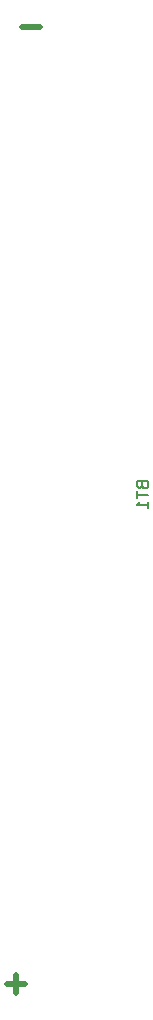
<source format=gbr>
G04 #@! TF.FileFunction,Legend,Bot*
%FSLAX46Y46*%
G04 Gerber Fmt 4.6, Leading zero omitted, Abs format (unit mm)*
G04 Created by KiCad (PCBNEW 4.0.6) date 04/05/18 00:59:02*
%MOMM*%
%LPD*%
G01*
G04 APERTURE LIST*
%ADD10C,0.100000*%
%ADD11C,0.500000*%
%ADD12C,0.150000*%
G04 APERTURE END LIST*
D10*
D11*
X138937905Y-48910857D02*
X137414095Y-48910857D01*
X137667905Y-129936857D02*
X136144095Y-129936857D01*
X136906000Y-130698762D02*
X136906000Y-129174952D01*
D12*
X147621571Y-87733286D02*
X147669190Y-87876143D01*
X147716810Y-87923762D01*
X147812048Y-87971381D01*
X147954905Y-87971381D01*
X148050143Y-87923762D01*
X148097762Y-87876143D01*
X148145381Y-87780905D01*
X148145381Y-87399952D01*
X147145381Y-87399952D01*
X147145381Y-87733286D01*
X147193000Y-87828524D01*
X147240619Y-87876143D01*
X147335857Y-87923762D01*
X147431095Y-87923762D01*
X147526333Y-87876143D01*
X147573952Y-87828524D01*
X147621571Y-87733286D01*
X147621571Y-87399952D01*
X147145381Y-88257095D02*
X147145381Y-88828524D01*
X148145381Y-88542809D02*
X147145381Y-88542809D01*
X148145381Y-89685667D02*
X148145381Y-89114238D01*
X148145381Y-89399952D02*
X147145381Y-89399952D01*
X147288238Y-89304714D01*
X147383476Y-89209476D01*
X147431095Y-89114238D01*
M02*

</source>
